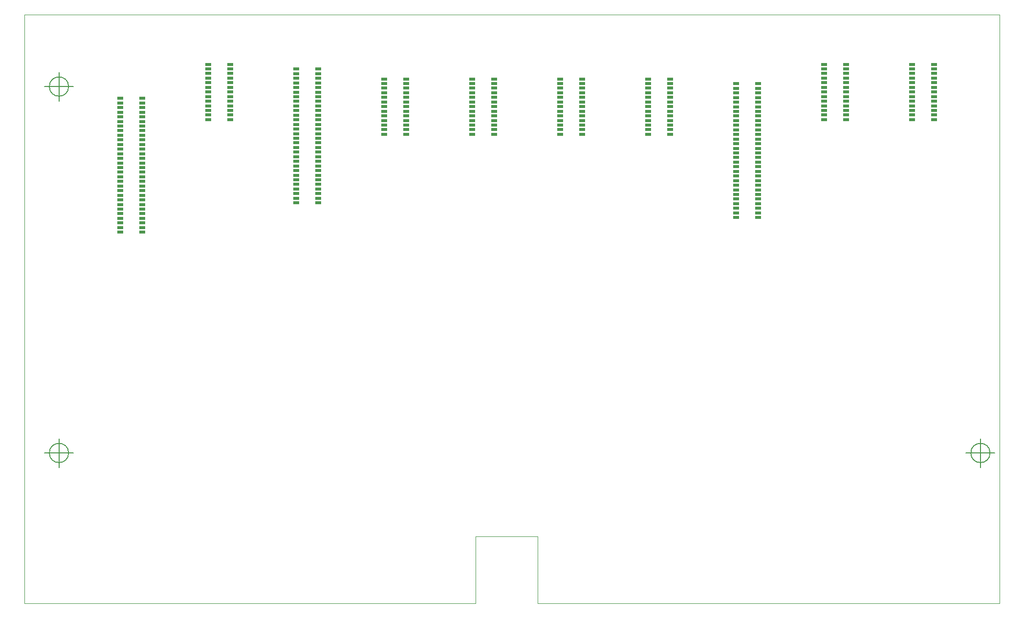
<source format=gbr>
G04 #@! TF.FileFunction,Paste,Top*
%FSLAX46Y46*%
G04 Gerber Fmt 4.6, Leading zero omitted, Abs format (unit mm)*
G04 Created by KiCad (PCBNEW 4.0.7) date Sun Jan 21 17:41:21 2018*
%MOMM*%
%LPD*%
G01*
G04 APERTURE LIST*
%ADD10C,0.100000*%
%ADD11C,0.025400*%
%ADD12C,0.150000*%
%ADD13R,1.099820X0.497840*%
G04 APERTURE END LIST*
D10*
D11*
X215000000Y-23100000D02*
X215000000Y-125100000D01*
X124200000Y-113500000D02*
X124200000Y-125090000D01*
X135000000Y-113500000D02*
X124200000Y-113500000D01*
X135000000Y-113800000D02*
X135000000Y-113500000D01*
X135000000Y-125100000D02*
X135000000Y-113800000D01*
X215000000Y-125100000D02*
X135000000Y-125100000D01*
X46090000Y-23100000D02*
X46090000Y-125090000D01*
X46100000Y-23100000D02*
X46090000Y-23100000D01*
X46090000Y-125090000D02*
X124200000Y-125090000D01*
X215000000Y-23100000D02*
X46100000Y-23100000D01*
D12*
X213350266Y-99060000D02*
G75*
G03X213350266Y-99060000I-1666666J0D01*
G01*
X209183600Y-99060000D02*
X214183600Y-99060000D01*
X211683600Y-96560000D02*
X211683600Y-101560000D01*
X53736666Y-99060000D02*
G75*
G03X53736666Y-99060000I-1666666J0D01*
G01*
X49570000Y-99060000D02*
X54570000Y-99060000D01*
X52070000Y-96560000D02*
X52070000Y-101560000D01*
X53736666Y-35560000D02*
G75*
G03X53736666Y-35560000I-1666666J0D01*
G01*
X49570000Y-35560000D02*
X54570000Y-35560000D01*
X52070000Y-33060000D02*
X52070000Y-38060000D01*
D13*
X169380080Y-58257640D03*
X173179920Y-58257640D03*
X169380080Y-57457540D03*
X173179920Y-57457540D03*
X169380080Y-56659980D03*
X173179920Y-56659980D03*
X169380080Y-55859880D03*
X173179920Y-55859880D03*
X169380080Y-55059780D03*
X173179920Y-55059780D03*
X169380080Y-54259680D03*
X173179920Y-54259680D03*
X169380080Y-53459580D03*
X173179920Y-53459580D03*
X169380080Y-52659480D03*
X173179920Y-52659480D03*
X169380080Y-51859380D03*
X173179920Y-51859380D03*
X169380080Y-51059280D03*
X173179920Y-51059280D03*
X169380080Y-50259180D03*
X173179920Y-50259180D03*
X169380080Y-49459080D03*
X173179920Y-49459080D03*
X169380080Y-48658980D03*
X173179920Y-48658980D03*
X169380080Y-47858880D03*
X173179920Y-47858880D03*
X169380080Y-47058780D03*
X173179920Y-47058780D03*
X169380080Y-46261220D03*
X173179920Y-46261220D03*
X169380080Y-45461120D03*
X173179920Y-45461120D03*
X169380080Y-44661020D03*
X173179920Y-44661020D03*
X169380080Y-43860920D03*
X173179920Y-43860920D03*
X169380080Y-43060820D03*
X173179920Y-43060820D03*
X169380080Y-42260720D03*
X173179920Y-42260720D03*
X169380080Y-41460620D03*
X173179920Y-41460620D03*
X169380080Y-40660520D03*
X173179920Y-40660520D03*
X169380080Y-39860420D03*
X173179920Y-39860420D03*
X169380080Y-39060320D03*
X173179920Y-39060320D03*
X169380080Y-38260220D03*
X173179920Y-38260220D03*
X169380080Y-37460120D03*
X173179920Y-37460120D03*
X169380080Y-36660020D03*
X173179920Y-36660020D03*
X169380080Y-35862460D03*
X173179920Y-35862460D03*
X169380080Y-35062360D03*
X173179920Y-35062360D03*
X93180080Y-55717640D03*
X96979920Y-55717640D03*
X93180080Y-54917540D03*
X96979920Y-54917540D03*
X93180080Y-54119980D03*
X96979920Y-54119980D03*
X93180080Y-53319880D03*
X96979920Y-53319880D03*
X93180080Y-52519780D03*
X96979920Y-52519780D03*
X93180080Y-51719680D03*
X96979920Y-51719680D03*
X93180080Y-50919580D03*
X96979920Y-50919580D03*
X93180080Y-50119480D03*
X96979920Y-50119480D03*
X93180080Y-49319380D03*
X96979920Y-49319380D03*
X93180080Y-48519280D03*
X96979920Y-48519280D03*
X93180080Y-47719180D03*
X96979920Y-47719180D03*
X93180080Y-46919080D03*
X96979920Y-46919080D03*
X93180080Y-46118980D03*
X96979920Y-46118980D03*
X93180080Y-45318880D03*
X96979920Y-45318880D03*
X93180080Y-44518780D03*
X96979920Y-44518780D03*
X93180080Y-43721220D03*
X96979920Y-43721220D03*
X93180080Y-42921120D03*
X96979920Y-42921120D03*
X93180080Y-42121020D03*
X96979920Y-42121020D03*
X93180080Y-41320920D03*
X96979920Y-41320920D03*
X93180080Y-40520820D03*
X96979920Y-40520820D03*
X93180080Y-39720720D03*
X96979920Y-39720720D03*
X93180080Y-38920620D03*
X96979920Y-38920620D03*
X93180080Y-38120520D03*
X96979920Y-38120520D03*
X93180080Y-37320420D03*
X96979920Y-37320420D03*
X93180080Y-36520320D03*
X96979920Y-36520320D03*
X93180080Y-35720220D03*
X96979920Y-35720220D03*
X93180080Y-34920120D03*
X96979920Y-34920120D03*
X93180080Y-34120020D03*
X96979920Y-34120020D03*
X93180080Y-33322460D03*
X96979920Y-33322460D03*
X93180080Y-32522360D03*
X96979920Y-32522360D03*
X62700080Y-60797640D03*
X66499920Y-60797640D03*
X62700080Y-59997540D03*
X66499920Y-59997540D03*
X62700080Y-59199980D03*
X66499920Y-59199980D03*
X62700080Y-58399880D03*
X66499920Y-58399880D03*
X62700080Y-57599780D03*
X66499920Y-57599780D03*
X62700080Y-56799680D03*
X66499920Y-56799680D03*
X62700080Y-55999580D03*
X66499920Y-55999580D03*
X62700080Y-55199480D03*
X66499920Y-55199480D03*
X62700080Y-54399380D03*
X66499920Y-54399380D03*
X62700080Y-53599280D03*
X66499920Y-53599280D03*
X62700080Y-52799180D03*
X66499920Y-52799180D03*
X62700080Y-51999080D03*
X66499920Y-51999080D03*
X62700080Y-51198980D03*
X66499920Y-51198980D03*
X62700080Y-50398880D03*
X66499920Y-50398880D03*
X62700080Y-49598780D03*
X66499920Y-49598780D03*
X62700080Y-48801220D03*
X66499920Y-48801220D03*
X62700080Y-48001120D03*
X66499920Y-48001120D03*
X62700080Y-47201020D03*
X66499920Y-47201020D03*
X62700080Y-46400920D03*
X66499920Y-46400920D03*
X62700080Y-45600820D03*
X66499920Y-45600820D03*
X62700080Y-44800720D03*
X66499920Y-44800720D03*
X62700080Y-44000620D03*
X66499920Y-44000620D03*
X62700080Y-43200520D03*
X66499920Y-43200520D03*
X62700080Y-42400420D03*
X66499920Y-42400420D03*
X62700080Y-41600320D03*
X66499920Y-41600320D03*
X62700080Y-40800220D03*
X66499920Y-40800220D03*
X62700080Y-40000120D03*
X66499920Y-40000120D03*
X62700080Y-39200020D03*
X66499920Y-39200020D03*
X62700080Y-38402460D03*
X66499920Y-38402460D03*
X62700080Y-37602360D03*
X66499920Y-37602360D03*
X108420080Y-43838060D03*
X112219920Y-43838060D03*
X108420080Y-43037960D03*
X112219920Y-43037960D03*
X108420080Y-42237860D03*
X112219920Y-42237860D03*
X108420080Y-41437760D03*
X112219920Y-41437760D03*
X108420080Y-40637660D03*
X112219920Y-40637660D03*
X108420080Y-39837560D03*
X112219920Y-39837560D03*
X108420080Y-39040000D03*
X112219920Y-39040000D03*
X108420080Y-38242440D03*
X112219920Y-38242440D03*
X108420080Y-37442340D03*
X112219920Y-37442340D03*
X108420080Y-36642240D03*
X112219920Y-36642240D03*
X108420080Y-35842140D03*
X112219920Y-35842140D03*
X108420080Y-35042040D03*
X112219920Y-35042040D03*
X108420080Y-34241940D03*
X112219920Y-34241940D03*
X123660080Y-43838060D03*
X127459920Y-43838060D03*
X123660080Y-43037960D03*
X127459920Y-43037960D03*
X123660080Y-42237860D03*
X127459920Y-42237860D03*
X123660080Y-41437760D03*
X127459920Y-41437760D03*
X123660080Y-40637660D03*
X127459920Y-40637660D03*
X123660080Y-39837560D03*
X127459920Y-39837560D03*
X123660080Y-39040000D03*
X127459920Y-39040000D03*
X123660080Y-38242440D03*
X127459920Y-38242440D03*
X123660080Y-37442340D03*
X127459920Y-37442340D03*
X123660080Y-36642240D03*
X127459920Y-36642240D03*
X123660080Y-35842140D03*
X127459920Y-35842140D03*
X123660080Y-35042040D03*
X127459920Y-35042040D03*
X123660080Y-34241940D03*
X127459920Y-34241940D03*
X138900080Y-43838060D03*
X142699920Y-43838060D03*
X138900080Y-43037960D03*
X142699920Y-43037960D03*
X138900080Y-42237860D03*
X142699920Y-42237860D03*
X138900080Y-41437760D03*
X142699920Y-41437760D03*
X138900080Y-40637660D03*
X142699920Y-40637660D03*
X138900080Y-39837560D03*
X142699920Y-39837560D03*
X138900080Y-39040000D03*
X142699920Y-39040000D03*
X138900080Y-38242440D03*
X142699920Y-38242440D03*
X138900080Y-37442340D03*
X142699920Y-37442340D03*
X138900080Y-36642240D03*
X142699920Y-36642240D03*
X138900080Y-35842140D03*
X142699920Y-35842140D03*
X138900080Y-35042040D03*
X142699920Y-35042040D03*
X138900080Y-34241940D03*
X142699920Y-34241940D03*
X154140080Y-43838060D03*
X157939920Y-43838060D03*
X154140080Y-43037960D03*
X157939920Y-43037960D03*
X154140080Y-42237860D03*
X157939920Y-42237860D03*
X154140080Y-41437760D03*
X157939920Y-41437760D03*
X154140080Y-40637660D03*
X157939920Y-40637660D03*
X154140080Y-39837560D03*
X157939920Y-39837560D03*
X154140080Y-39040000D03*
X157939920Y-39040000D03*
X154140080Y-38242440D03*
X157939920Y-38242440D03*
X154140080Y-37442340D03*
X157939920Y-37442340D03*
X154140080Y-36642240D03*
X157939920Y-36642240D03*
X154140080Y-35842140D03*
X157939920Y-35842140D03*
X154140080Y-35042040D03*
X157939920Y-35042040D03*
X154140080Y-34241940D03*
X157939920Y-34241940D03*
X184620080Y-41298060D03*
X188419920Y-41298060D03*
X184620080Y-40497960D03*
X188419920Y-40497960D03*
X184620080Y-39697860D03*
X188419920Y-39697860D03*
X184620080Y-38897760D03*
X188419920Y-38897760D03*
X184620080Y-38097660D03*
X188419920Y-38097660D03*
X184620080Y-37297560D03*
X188419920Y-37297560D03*
X184620080Y-36500000D03*
X188419920Y-36500000D03*
X184620080Y-35702440D03*
X188419920Y-35702440D03*
X184620080Y-34902340D03*
X188419920Y-34902340D03*
X184620080Y-34102240D03*
X188419920Y-34102240D03*
X184620080Y-33302140D03*
X188419920Y-33302140D03*
X184620080Y-32502040D03*
X188419920Y-32502040D03*
X184620080Y-31701940D03*
X188419920Y-31701940D03*
X199840080Y-41298060D03*
X203639920Y-41298060D03*
X199840080Y-40497960D03*
X203639920Y-40497960D03*
X199840080Y-39697860D03*
X203639920Y-39697860D03*
X199840080Y-38897760D03*
X203639920Y-38897760D03*
X199840080Y-38097660D03*
X203639920Y-38097660D03*
X199840080Y-37297560D03*
X203639920Y-37297560D03*
X199840080Y-36500000D03*
X203639920Y-36500000D03*
X199840080Y-35702440D03*
X203639920Y-35702440D03*
X199840080Y-34902340D03*
X203639920Y-34902340D03*
X199840080Y-34102240D03*
X203639920Y-34102240D03*
X199840080Y-33302140D03*
X203639920Y-33302140D03*
X199840080Y-32502040D03*
X203639920Y-32502040D03*
X199840080Y-31701940D03*
X203639920Y-31701940D03*
X77940080Y-41298060D03*
X81739920Y-41298060D03*
X77940080Y-40497960D03*
X81739920Y-40497960D03*
X77940080Y-39697860D03*
X81739920Y-39697860D03*
X77940080Y-38897760D03*
X81739920Y-38897760D03*
X77940080Y-38097660D03*
X81739920Y-38097660D03*
X77940080Y-37297560D03*
X81739920Y-37297560D03*
X77940080Y-36500000D03*
X81739920Y-36500000D03*
X77940080Y-35702440D03*
X81739920Y-35702440D03*
X77940080Y-34902340D03*
X81739920Y-34902340D03*
X77940080Y-34102240D03*
X81739920Y-34102240D03*
X77940080Y-33302140D03*
X81739920Y-33302140D03*
X77940080Y-32502040D03*
X81739920Y-32502040D03*
X77940080Y-31701940D03*
X81739920Y-31701940D03*
M02*

</source>
